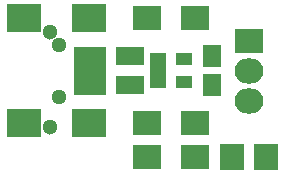
<source format=gts>
G04 #@! TF.FileFunction,Soldermask,Top*
%FSLAX46Y46*%
G04 Gerber Fmt 4.6, Leading zero omitted, Abs format (unit mm)*
G04 Created by KiCad (PCBNEW 4.0.3-stable) date 09/17/16 17:41:47*
%MOMM*%
%LPD*%
G01*
G04 APERTURE LIST*
%ADD10C,0.100000*%
%ADD11R,2.432000X2.127200*%
%ADD12O,2.432000X2.127200*%
%ADD13R,2.400000X2.000000*%
%ADD14R,1.650000X1.900000*%
%ADD15R,2.701240X0.900380*%
%ADD16R,2.899360X2.398980*%
%ADD17C,1.299160*%
%ADD18R,1.460000X1.050000*%
%ADD19R,2.429460X1.540460*%
%ADD20C,1.300000*%
%ADD21R,1.997660X2.200860*%
%ADD22R,2.400000X2.100000*%
G04 APERTURE END LIST*
D10*
D11*
X72100000Y-153650000D03*
D12*
X72100000Y-156190000D03*
X72100000Y-158730000D03*
D13*
X63500000Y-151750000D03*
X67500000Y-151750000D03*
X67500000Y-160650000D03*
X63500000Y-160650000D03*
D14*
X69000000Y-154950000D03*
X69000000Y-157450000D03*
D15*
X58649320Y-154599800D03*
X58649320Y-155399900D03*
X58649320Y-156200000D03*
X58649320Y-157000100D03*
X58649320Y-157800200D03*
D16*
X58550260Y-151749920D03*
X53051160Y-151749920D03*
X58550260Y-160650080D03*
X53051160Y-160650080D03*
D17*
X56050900Y-154000360D03*
X56050900Y-158399640D03*
D18*
X64400000Y-155250000D03*
X64400000Y-156200000D03*
X64400000Y-157150000D03*
X66600000Y-157150000D03*
X66600000Y-155250000D03*
D19*
X62000000Y-154996040D03*
X62000000Y-157403960D03*
D20*
X55230000Y-152950000D03*
X55230000Y-160950000D03*
D21*
X73519860Y-163500000D03*
X70680140Y-163500000D03*
D22*
X67510000Y-163500000D03*
X63510000Y-163500000D03*
M02*

</source>
